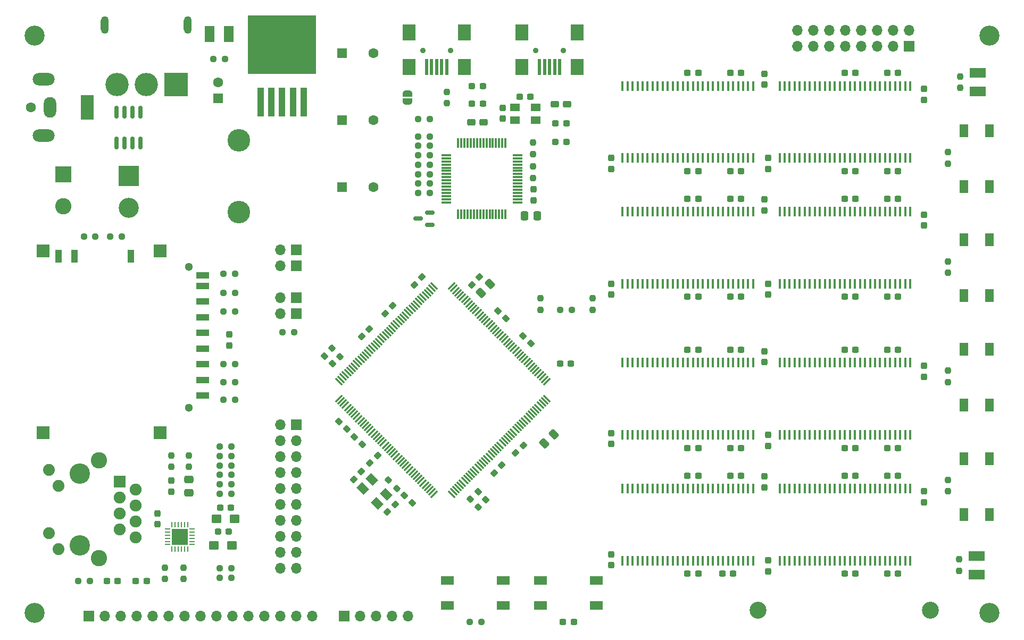
<source format=gts>
%TF.GenerationSoftware,KiCad,Pcbnew,(6.0.11-0)*%
%TF.CreationDate,2023-09-15T21:26:51+02:00*%
%TF.ProjectId,marco-ram-board,6d617263-6f2d-4726-916d-2d626f617264,rev?*%
%TF.SameCoordinates,Original*%
%TF.FileFunction,Soldermask,Top*%
%TF.FilePolarity,Negative*%
%FSLAX46Y46*%
G04 Gerber Fmt 4.6, Leading zero omitted, Abs format (unit mm)*
G04 Created by KiCad (PCBNEW (6.0.11-0)) date 2023-09-15 21:26:51*
%MOMM*%
%LPD*%
G01*
G04 APERTURE LIST*
G04 Aperture macros list*
%AMRoundRect*
0 Rectangle with rounded corners*
0 $1 Rounding radius*
0 $2 $3 $4 $5 $6 $7 $8 $9 X,Y pos of 4 corners*
0 Add a 4 corners polygon primitive as box body*
4,1,4,$2,$3,$4,$5,$6,$7,$8,$9,$2,$3,0*
0 Add four circle primitives for the rounded corners*
1,1,$1+$1,$2,$3*
1,1,$1+$1,$4,$5*
1,1,$1+$1,$6,$7*
1,1,$1+$1,$8,$9*
0 Add four rect primitives between the rounded corners*
20,1,$1+$1,$2,$3,$4,$5,0*
20,1,$1+$1,$4,$5,$6,$7,0*
20,1,$1+$1,$6,$7,$8,$9,0*
20,1,$1+$1,$8,$9,$2,$3,0*%
%AMRotRect*
0 Rectangle, with rotation*
0 The origin of the aperture is its center*
0 $1 length*
0 $2 width*
0 $3 Rotation angle, in degrees counterclockwise*
0 Add horizontal line*
21,1,$1,$2,0,0,$3*%
%AMFreePoly0*
4,1,22,0.500000,-0.750000,0.000000,-0.750000,0.000000,-0.745033,-0.079941,-0.743568,-0.215256,-0.701293,-0.333266,-0.622738,-0.424486,-0.514219,-0.481581,-0.384460,-0.499164,-0.250000,-0.500000,-0.250000,-0.500000,0.250000,-0.499164,0.250000,-0.499963,0.256109,-0.478152,0.396186,-0.417904,0.524511,-0.324060,0.630769,-0.204165,0.706417,-0.067858,0.745374,0.000000,0.744959,0.000000,0.750000,
0.500000,0.750000,0.500000,-0.750000,0.500000,-0.750000,$1*%
%AMFreePoly1*
4,1,20,0.000000,0.744959,0.073905,0.744508,0.209726,0.703889,0.328688,0.626782,0.421226,0.519385,0.479903,0.390333,0.500000,0.250000,0.500000,-0.250000,0.499851,-0.262216,0.476331,-0.402017,0.414519,-0.529596,0.319384,-0.634700,0.198574,-0.708877,0.061801,-0.746166,0.000000,-0.745033,0.000000,-0.750000,-0.500000,-0.750000,-0.500000,0.750000,0.000000,0.750000,0.000000,0.744959,
0.000000,0.744959,$1*%
G04 Aperture macros list end*
%ADD10R,1.600000X1.600000*%
%ADD11C,1.600000*%
%ADD12RoundRect,0.237500X0.300000X0.237500X-0.300000X0.237500X-0.300000X-0.237500X0.300000X-0.237500X0*%
%ADD13RoundRect,0.237500X-0.237500X0.300000X-0.237500X-0.300000X0.237500X-0.300000X0.237500X0.300000X0*%
%ADD14R,1.100000X4.600000*%
%ADD15R,10.800000X9.400000*%
%ADD16RoundRect,0.250000X0.400000X0.275000X-0.400000X0.275000X-0.400000X-0.275000X0.400000X-0.275000X0*%
%ADD17RoundRect,0.237500X0.287500X0.237500X-0.287500X0.237500X-0.287500X-0.237500X0.287500X-0.237500X0*%
%ADD18R,1.700000X1.700000*%
%ADD19O,1.700000X1.700000*%
%ADD20R,2.600000X1.500000*%
%ADD21RoundRect,0.250000X-0.537500X-0.425000X0.537500X-0.425000X0.537500X0.425000X-0.537500X0.425000X0*%
%ADD22RoundRect,0.237500X-0.300000X-0.237500X0.300000X-0.237500X0.300000X0.237500X-0.300000X0.237500X0*%
%ADD23RoundRect,0.237500X-0.044194X-0.380070X0.380070X0.044194X0.044194X0.380070X-0.380070X-0.044194X0*%
%ADD24RoundRect,0.237500X-0.344715X0.008839X0.008839X-0.344715X0.344715X-0.008839X-0.008839X0.344715X0*%
%ADD25R,0.458000X1.510000*%
%ADD26RoundRect,0.237500X-0.237500X0.250000X-0.237500X-0.250000X0.237500X-0.250000X0.237500X0.250000X0*%
%ADD27R,1.600000X1.300000*%
%ADD28R,1.500000X2.600000*%
%ADD29RotRect,1.600000X1.300000X315.000000*%
%ADD30RoundRect,0.237500X0.250000X0.237500X-0.250000X0.237500X-0.250000X-0.237500X0.250000X-0.237500X0*%
%ADD31R,2.000000X4.000000*%
%ADD32O,2.000000X3.300000*%
%ADD33O,3.500000X2.000000*%
%ADD34RoundRect,0.237500X-0.380070X0.044194X0.044194X-0.380070X0.380070X-0.044194X-0.044194X0.380070X0*%
%ADD35RoundRect,0.237500X0.237500X-0.250000X0.237500X0.250000X-0.237500X0.250000X-0.237500X-0.250000X0*%
%ADD36RoundRect,0.250000X-0.097227X0.574524X-0.574524X0.097227X0.097227X-0.574524X0.574524X-0.097227X0*%
%ADD37R,2.100000X1.400000*%
%ADD38C,0.900000*%
%ADD39R,0.500000X2.500000*%
%ADD40R,2.000000X2.500000*%
%ADD41RoundRect,0.237500X0.237500X-0.300000X0.237500X0.300000X-0.237500X0.300000X-0.237500X-0.300000X0*%
%ADD42RoundRect,0.237500X-0.250000X-0.237500X0.250000X-0.237500X0.250000X0.237500X-0.250000X0.237500X0*%
%ADD43RoundRect,0.250000X0.475000X-0.337500X0.475000X0.337500X-0.475000X0.337500X-0.475000X-0.337500X0*%
%ADD44O,1.270000X2.794000*%
%ADD45R,3.708400X3.708400*%
%ADD46C,3.708400*%
%ADD47RoundRect,0.237500X0.044194X0.380070X-0.380070X-0.044194X-0.044194X-0.380070X0.380070X0.044194X0*%
%ADD48RoundRect,0.150000X0.150000X-0.825000X0.150000X0.825000X-0.150000X0.825000X-0.150000X-0.825000X0*%
%ADD49C,3.200000*%
%ADD50RoundRect,0.237500X-0.287500X-0.237500X0.287500X-0.237500X0.287500X0.237500X-0.287500X0.237500X0*%
%ADD51C,2.700000*%
%ADD52R,1.400000X2.100000*%
%ADD53RoundRect,0.150000X0.587500X0.150000X-0.587500X0.150000X-0.587500X-0.150000X0.587500X-0.150000X0*%
%ADD54RoundRect,0.250000X-0.337500X-0.475000X0.337500X-0.475000X0.337500X0.475000X-0.337500X0.475000X0*%
%ADD55C,1.300000*%
%ADD56R,2.000000X1.100000*%
%ADD57R,1.000000X2.000000*%
%ADD58R,2.000000X2.000000*%
%ADD59FreePoly0,90.000000*%
%ADD60FreePoly1,90.000000*%
%ADD61RoundRect,0.250000X0.097227X-0.574524X0.574524X-0.097227X-0.097227X0.574524X-0.574524X0.097227X0*%
%ADD62RoundRect,0.237500X0.344715X-0.008839X-0.008839X0.344715X-0.344715X0.008839X0.008839X-0.344715X0*%
%ADD63RoundRect,0.237500X0.380070X-0.044194X-0.044194X0.380070X-0.380070X0.044194X0.044194X-0.380070X0*%
%ADD64RoundRect,0.075000X-0.075000X0.700000X-0.075000X-0.700000X0.075000X-0.700000X0.075000X0.700000X0*%
%ADD65RoundRect,0.075000X-0.700000X0.075000X-0.700000X-0.075000X0.700000X-0.075000X0.700000X0.075000X0*%
%ADD66RoundRect,0.250000X-0.400000X-0.275000X0.400000X-0.275000X0.400000X0.275000X-0.400000X0.275000X0*%
%ADD67RoundRect,0.075000X-0.424264X-0.530330X0.530330X0.424264X0.424264X0.530330X-0.530330X-0.424264X0*%
%ADD68RoundRect,0.075000X0.424264X-0.530330X0.530330X-0.424264X-0.424264X0.530330X-0.530330X0.424264X0*%
%ADD69R,3.200000X3.200000*%
%ADD70O,3.200000X3.200000*%
%ADD71R,2.600000X2.600000*%
%ADD72C,2.600000*%
%ADD73RoundRect,0.062500X-0.350000X-0.062500X0.350000X-0.062500X0.350000X0.062500X-0.350000X0.062500X0*%
%ADD74RoundRect,0.062500X-0.062500X-0.350000X0.062500X-0.350000X0.062500X0.350000X-0.062500X0.350000X0*%
%ADD75C,3.600000*%
%ADD76C,3.250000*%
%ADD77C,1.890000*%
%ADD78R,1.900000X1.900000*%
%ADD79C,1.900000*%
G04 APERTURE END LIST*
D10*
X122969349Y-68194000D03*
D11*
X127969349Y-68194000D03*
D12*
X211462500Y-94100000D03*
X209737500Y-94100000D03*
D13*
X165800000Y-126637500D03*
X165800000Y-128362500D03*
D14*
X110034000Y-54602000D03*
X111734000Y-54602000D03*
D15*
X113434000Y-45452000D03*
D14*
X113434000Y-54602000D03*
X115134000Y-54602000D03*
X116834000Y-54602000D03*
D13*
X215600000Y-72537500D03*
X215600000Y-74262500D03*
D16*
X145475000Y-57800000D03*
X143525000Y-57800000D03*
D17*
X158675000Y-61000000D03*
X156925000Y-61000000D03*
D18*
X115720000Y-106040000D03*
D19*
X113180000Y-106040000D03*
X115720000Y-108580000D03*
X113180000Y-108580000D03*
X115720000Y-111120000D03*
X113180000Y-111120000D03*
X115720000Y-113660000D03*
X113180000Y-113660000D03*
X115720000Y-116200000D03*
X113180000Y-116200000D03*
X115720000Y-118740000D03*
X113180000Y-118740000D03*
X115720000Y-121280000D03*
X113180000Y-121280000D03*
X115720000Y-123820000D03*
X113180000Y-123820000D03*
X115720000Y-126360000D03*
X113180000Y-126360000D03*
X115720000Y-128900000D03*
X113180000Y-128900000D03*
D20*
X224160000Y-49930000D03*
X224160000Y-52930000D03*
D21*
X102525000Y-125200000D03*
X105400000Y-125200000D03*
D12*
X211462500Y-50000000D03*
X209737500Y-50000000D03*
D13*
X215600000Y-116637500D03*
X215600000Y-118362500D03*
D22*
X177937500Y-70000000D03*
X179662500Y-70000000D03*
D23*
X126083120Y-91980880D03*
X127302880Y-90761120D03*
D24*
X121354765Y-93854765D03*
X122645235Y-95145235D03*
D25*
X213400000Y-72050000D03*
X212600000Y-72050000D03*
X211800000Y-72050000D03*
X211000000Y-72050000D03*
X210200000Y-72050000D03*
X209400000Y-72050000D03*
X208600000Y-72050000D03*
X207800000Y-72050000D03*
X207000000Y-72050000D03*
X206200000Y-72050000D03*
X205400000Y-72050000D03*
X204600000Y-72050000D03*
X203800000Y-72050000D03*
X203000000Y-72050000D03*
X202200000Y-72050000D03*
X201400000Y-72050000D03*
X200600000Y-72050000D03*
X199800000Y-72050000D03*
X199000000Y-72050000D03*
X198200000Y-72050000D03*
X197400000Y-72050000D03*
X196600000Y-72050000D03*
X195800000Y-72050000D03*
X195000000Y-72050000D03*
X194200000Y-72050000D03*
X193400000Y-72050000D03*
X192600000Y-72050000D03*
X192600000Y-83550000D03*
X193400000Y-83550000D03*
X194200000Y-83550000D03*
X195000000Y-83550000D03*
X195800000Y-83550000D03*
X196600000Y-83550000D03*
X197400000Y-83550000D03*
X198200000Y-83550000D03*
X199000000Y-83550000D03*
X199800000Y-83550000D03*
X200600000Y-83550000D03*
X201400000Y-83550000D03*
X202200000Y-83550000D03*
X203000000Y-83550000D03*
X203800000Y-83550000D03*
X204600000Y-83550000D03*
X205400000Y-83550000D03*
X206200000Y-83550000D03*
X207000000Y-83550000D03*
X207800000Y-83550000D03*
X208600000Y-83550000D03*
X209400000Y-83550000D03*
X210200000Y-83550000D03*
X211000000Y-83550000D03*
X211800000Y-83550000D03*
X212600000Y-83550000D03*
X213400000Y-83550000D03*
D12*
X91862500Y-130900000D03*
X90137500Y-130900000D03*
D13*
X148500000Y-55537500D03*
X148500000Y-57262500D03*
D12*
X211462500Y-70000000D03*
X209737500Y-70000000D03*
D26*
X153335000Y-61093500D03*
X153335000Y-62918500D03*
D27*
X150450000Y-57500000D03*
X153750000Y-57500000D03*
X153750000Y-55500000D03*
X150450000Y-55500000D03*
D12*
X179662500Y-85600000D03*
X177937500Y-85600000D03*
D18*
X115695000Y-88321000D03*
D19*
X113155000Y-88321000D03*
D12*
X179662500Y-65600000D03*
X177937500Y-65600000D03*
D28*
X104900000Y-43800000D03*
X101900000Y-43800000D03*
D29*
X126252334Y-116180762D03*
X128585786Y-118514214D03*
X130000000Y-117100000D03*
X127666548Y-114766548D03*
D30*
X136912500Y-64600000D03*
X135087500Y-64600000D03*
D11*
X73446000Y-55494000D03*
D31*
X82446000Y-55494000D03*
D32*
X76446000Y-55494000D03*
D33*
X75446000Y-59994000D03*
X75446000Y-50994000D03*
D30*
X105912500Y-88000000D03*
X104087500Y-88000000D03*
D12*
X186462500Y-70000000D03*
X184737500Y-70000000D03*
X204662500Y-65600000D03*
X202937500Y-65600000D03*
D34*
X147790120Y-87890120D03*
X149009880Y-89109880D03*
D22*
X151237500Y-53800000D03*
X152962500Y-53800000D03*
D12*
X204662500Y-85600000D03*
X202937500Y-85600000D03*
D22*
X202937500Y-50000000D03*
X204662500Y-50000000D03*
D25*
X188400000Y-96150000D03*
X187600000Y-96150000D03*
X186800000Y-96150000D03*
X186000000Y-96150000D03*
X185200000Y-96150000D03*
X184400000Y-96150000D03*
X183600000Y-96150000D03*
X182800000Y-96150000D03*
X182000000Y-96150000D03*
X181200000Y-96150000D03*
X180400000Y-96150000D03*
X179600000Y-96150000D03*
X178800000Y-96150000D03*
X178000000Y-96150000D03*
X177200000Y-96150000D03*
X176400000Y-96150000D03*
X175600000Y-96150000D03*
X174800000Y-96150000D03*
X174000000Y-96150000D03*
X173200000Y-96150000D03*
X172400000Y-96150000D03*
X171600000Y-96150000D03*
X170800000Y-96150000D03*
X170000000Y-96150000D03*
X169200000Y-96150000D03*
X168400000Y-96150000D03*
X167600000Y-96150000D03*
X167600000Y-107650000D03*
X168400000Y-107650000D03*
X169200000Y-107650000D03*
X170000000Y-107650000D03*
X170800000Y-107650000D03*
X171600000Y-107650000D03*
X172400000Y-107650000D03*
X173200000Y-107650000D03*
X174000000Y-107650000D03*
X174800000Y-107650000D03*
X175600000Y-107650000D03*
X176400000Y-107650000D03*
X177200000Y-107650000D03*
X178000000Y-107650000D03*
X178800000Y-107650000D03*
X179600000Y-107650000D03*
X180400000Y-107650000D03*
X181200000Y-107650000D03*
X182000000Y-107650000D03*
X182800000Y-107650000D03*
X183600000Y-107650000D03*
X184400000Y-107650000D03*
X185200000Y-107650000D03*
X186000000Y-107650000D03*
X186800000Y-107650000D03*
X187600000Y-107650000D03*
X188400000Y-107650000D03*
D22*
X183475000Y-129700000D03*
X185200000Y-129700000D03*
D35*
X221160000Y-129292500D03*
X221160000Y-127467500D03*
D22*
X184737500Y-85600000D03*
X186462500Y-85600000D03*
D36*
X156636623Y-107528377D03*
X155169377Y-108995623D03*
D30*
X105312500Y-112500000D03*
X103487500Y-112500000D03*
D20*
X223960000Y-129892000D03*
X223960000Y-126892000D03*
D37*
X148650000Y-130800000D03*
X139750000Y-130800000D03*
X148650000Y-134800000D03*
X139750000Y-134800000D03*
D38*
X153800000Y-46400000D03*
X158200000Y-46400000D03*
D39*
X157600000Y-49000000D03*
X156800000Y-49000000D03*
X156000000Y-49000000D03*
X155200000Y-49000000D03*
X154400000Y-49000000D03*
D40*
X151600000Y-49000000D03*
X160400000Y-49000000D03*
X151600000Y-43500000D03*
X160400000Y-43500000D03*
D12*
X179662500Y-109700000D03*
X177937500Y-109700000D03*
D41*
X95800000Y-116662500D03*
X95800000Y-114937500D03*
D42*
X157687500Y-87700000D03*
X159512500Y-87700000D03*
D18*
X115695000Y-80701000D03*
D19*
X113155000Y-80701000D03*
D38*
X140200000Y-46400000D03*
X135800000Y-46400000D03*
D39*
X139600000Y-49000000D03*
X138800000Y-49000000D03*
X138000000Y-49000000D03*
X137200000Y-49000000D03*
X136400000Y-49000000D03*
D40*
X142400000Y-49000000D03*
X142400000Y-43500000D03*
X133600000Y-49000000D03*
X133600000Y-43500000D03*
D12*
X145362500Y-54900000D03*
X143637500Y-54900000D03*
D42*
X143287500Y-137400000D03*
X145112500Y-137400000D03*
D34*
X151780240Y-91880240D03*
X153000000Y-93100000D03*
D42*
X113512500Y-91273500D03*
X115337500Y-91273500D03*
D30*
X105312500Y-117000000D03*
X103487500Y-117000000D03*
D13*
X215600000Y-52537500D03*
X215600000Y-54262500D03*
D43*
X98600000Y-116837500D03*
X98600000Y-114762500D03*
D44*
X98446500Y-42328000D03*
X85238500Y-42328000D03*
D45*
X96541500Y-51853000D03*
D46*
X91842500Y-51853000D03*
X87143500Y-51853000D03*
D22*
X177937500Y-50000000D03*
X179662500Y-50000000D03*
D13*
X153400000Y-68537500D03*
X153400000Y-70262500D03*
D34*
X122480240Y-105480240D03*
X123700000Y-106700000D03*
D47*
X151809880Y-109303120D03*
X150590120Y-110522880D03*
D18*
X115695000Y-85781000D03*
D19*
X113155000Y-85781000D03*
D13*
X190800000Y-83537500D03*
X190800000Y-85262500D03*
D48*
X87095000Y-61175000D03*
X88365000Y-61175000D03*
X89635000Y-61175000D03*
X90905000Y-61175000D03*
X90905000Y-56225000D03*
X89635000Y-56225000D03*
X88365000Y-56225000D03*
X87095000Y-56225000D03*
D12*
X211462500Y-114100000D03*
X209737500Y-114100000D03*
D30*
X136912500Y-67600000D03*
X135087500Y-67600000D03*
X105912500Y-82000000D03*
X104087500Y-82000000D03*
D22*
X177937500Y-94100000D03*
X179662500Y-94100000D03*
D30*
X105912500Y-85000000D03*
X104087500Y-85000000D03*
D23*
X143590120Y-83709880D03*
X144809880Y-82490120D03*
D22*
X202937500Y-70000000D03*
X204662500Y-70000000D03*
D35*
X219360000Y-81827857D03*
X219360000Y-80002857D03*
D30*
X105912500Y-99200000D03*
X104087500Y-99200000D03*
D13*
X190800000Y-127637500D03*
X190800000Y-129362500D03*
D47*
X128609880Y-110890120D03*
X127390120Y-112109880D03*
D49*
X226000000Y-44000000D03*
D23*
X129790120Y-88309880D03*
X131009880Y-87090120D03*
D50*
X143625000Y-52100000D03*
X145375000Y-52100000D03*
D35*
X219360000Y-116627857D03*
X219360000Y-114802857D03*
D51*
X189160000Y-135602857D03*
D18*
X115695000Y-78161000D03*
D19*
X113155000Y-78161000D03*
D52*
X221960000Y-93952857D03*
X221960000Y-102852857D03*
X225960000Y-93952857D03*
X225960000Y-102852857D03*
D26*
X162800000Y-85875000D03*
X162800000Y-87700000D03*
D13*
X165800000Y-83537500D03*
X165800000Y-85262500D03*
D53*
X136937500Y-74150000D03*
X136937500Y-72250000D03*
X135062500Y-73200000D03*
D30*
X105312500Y-109500000D03*
X103487500Y-109500000D03*
D51*
X216560000Y-135602857D03*
D30*
X136912500Y-61600000D03*
X135087500Y-61600000D03*
D12*
X186462500Y-94100000D03*
X184737500Y-94100000D03*
D54*
X151962500Y-72700000D03*
X154037500Y-72700000D03*
D23*
X134465120Y-83725880D03*
X135684880Y-82506120D03*
D22*
X209737500Y-65600000D03*
X211462500Y-65600000D03*
D12*
X159862500Y-137400000D03*
X158137500Y-137400000D03*
D13*
X190800000Y-63537500D03*
X190800000Y-65262500D03*
D49*
X74000000Y-44000000D03*
D22*
X184737500Y-109700000D03*
X186462500Y-109700000D03*
D37*
X163450000Y-130800000D03*
X154550000Y-130800000D03*
X154550000Y-134800000D03*
X163450000Y-134800000D03*
D25*
X213400000Y-116150000D03*
X212600000Y-116150000D03*
X211800000Y-116150000D03*
X211000000Y-116150000D03*
X210200000Y-116150000D03*
X209400000Y-116150000D03*
X208600000Y-116150000D03*
X207800000Y-116150000D03*
X207000000Y-116150000D03*
X206200000Y-116150000D03*
X205400000Y-116150000D03*
X204600000Y-116150000D03*
X203800000Y-116150000D03*
X203000000Y-116150000D03*
X202200000Y-116150000D03*
X201400000Y-116150000D03*
X200600000Y-116150000D03*
X199800000Y-116150000D03*
X199000000Y-116150000D03*
X198200000Y-116150000D03*
X197400000Y-116150000D03*
X196600000Y-116150000D03*
X195800000Y-116150000D03*
X195000000Y-116150000D03*
X194200000Y-116150000D03*
X193400000Y-116150000D03*
X192600000Y-116150000D03*
X192600000Y-127650000D03*
X193400000Y-127650000D03*
X194200000Y-127650000D03*
X195000000Y-127650000D03*
X195800000Y-127650000D03*
X196600000Y-127650000D03*
X197400000Y-127650000D03*
X198200000Y-127650000D03*
X199000000Y-127650000D03*
X199800000Y-127650000D03*
X200600000Y-127650000D03*
X201400000Y-127650000D03*
X202200000Y-127650000D03*
X203000000Y-127650000D03*
X203800000Y-127650000D03*
X204600000Y-127650000D03*
X205400000Y-127650000D03*
X206200000Y-127650000D03*
X207000000Y-127650000D03*
X207800000Y-127650000D03*
X208600000Y-127650000D03*
X209400000Y-127650000D03*
X210200000Y-127650000D03*
X211000000Y-127650000D03*
X211800000Y-127650000D03*
X212600000Y-127650000D03*
X213400000Y-127650000D03*
D13*
X190200000Y-70137500D03*
X190200000Y-71862500D03*
D55*
X98550000Y-80900000D03*
X98550000Y-103300000D03*
D56*
X100750000Y-98875000D03*
X100750000Y-96375000D03*
D57*
X77800000Y-79200000D03*
D56*
X100750000Y-93875000D03*
X100750000Y-91375000D03*
X100750000Y-88875000D03*
X100750000Y-86375000D03*
X100750000Y-83950000D03*
X100750000Y-82250000D03*
X100750000Y-101375000D03*
D57*
X89350000Y-79200000D03*
X80400000Y-79200000D03*
D58*
X94000000Y-78300000D03*
X75350000Y-78300000D03*
X75350000Y-107300000D03*
X94000000Y-107300000D03*
D30*
X105312500Y-130400000D03*
X103487500Y-130400000D03*
D35*
X219360000Y-99227857D03*
X219360000Y-97402857D03*
D22*
X202937500Y-94100000D03*
X204662500Y-94100000D03*
D30*
X136912500Y-60100000D03*
X135087500Y-60100000D03*
X105312500Y-111000000D03*
X103487500Y-111000000D03*
D17*
X104950000Y-123000000D03*
X103200000Y-123000000D03*
D59*
X133400000Y-54550000D03*
D60*
X133400000Y-53250000D03*
D22*
X184737500Y-65600000D03*
X186462500Y-65600000D03*
D61*
X145066377Y-85033623D03*
X146533623Y-83566377D03*
D25*
X188400000Y-72050000D03*
X187600000Y-72050000D03*
X186800000Y-72050000D03*
X186000000Y-72050000D03*
X185200000Y-72050000D03*
X184400000Y-72050000D03*
X183600000Y-72050000D03*
X182800000Y-72050000D03*
X182000000Y-72050000D03*
X181200000Y-72050000D03*
X180400000Y-72050000D03*
X179600000Y-72050000D03*
X178800000Y-72050000D03*
X178000000Y-72050000D03*
X177200000Y-72050000D03*
X176400000Y-72050000D03*
X175600000Y-72050000D03*
X174800000Y-72050000D03*
X174000000Y-72050000D03*
X173200000Y-72050000D03*
X172400000Y-72050000D03*
X171600000Y-72050000D03*
X170800000Y-72050000D03*
X170000000Y-72050000D03*
X169200000Y-72050000D03*
X168400000Y-72050000D03*
X167600000Y-72050000D03*
X167600000Y-83550000D03*
X168400000Y-83550000D03*
X169200000Y-83550000D03*
X170000000Y-83550000D03*
X170800000Y-83550000D03*
X171600000Y-83550000D03*
X172400000Y-83550000D03*
X173200000Y-83550000D03*
X174000000Y-83550000D03*
X174800000Y-83550000D03*
X175600000Y-83550000D03*
X176400000Y-83550000D03*
X177200000Y-83550000D03*
X178000000Y-83550000D03*
X178800000Y-83550000D03*
X179600000Y-83550000D03*
X180400000Y-83550000D03*
X181200000Y-83550000D03*
X182000000Y-83550000D03*
X182800000Y-83550000D03*
X183600000Y-83550000D03*
X184400000Y-83550000D03*
X185200000Y-83550000D03*
X186000000Y-83550000D03*
X186800000Y-83550000D03*
X187600000Y-83550000D03*
X188400000Y-83550000D03*
D30*
X136912500Y-63100000D03*
X135087500Y-63100000D03*
D13*
X215600000Y-96637500D03*
X215600000Y-98362500D03*
D22*
X209737500Y-85600000D03*
X211462500Y-85600000D03*
X209737500Y-129700000D03*
X211462500Y-129700000D03*
D62*
X144645235Y-119145235D03*
X143354765Y-117854765D03*
D42*
X86087500Y-76000000D03*
X87912500Y-76000000D03*
D26*
X97700000Y-128775000D03*
X97700000Y-130600000D03*
D22*
X202937500Y-114100000D03*
X204662500Y-114100000D03*
D13*
X165800000Y-63537500D03*
X165800000Y-65262500D03*
D63*
X134100000Y-118500000D03*
X132880240Y-117280240D03*
D10*
X122969349Y-57526000D03*
D11*
X127969349Y-57526000D03*
D18*
X123340000Y-136495000D03*
D19*
X125880000Y-136495000D03*
X128420000Y-136495000D03*
X130960000Y-136495000D03*
X133500000Y-136495000D03*
D22*
X177937500Y-114100000D03*
X179662500Y-114100000D03*
D12*
X186462500Y-50000000D03*
X184737500Y-50000000D03*
X87262500Y-130900000D03*
X85537500Y-130900000D03*
D52*
X221960000Y-68052857D03*
X221960000Y-59152857D03*
X225960000Y-59152857D03*
X225960000Y-68052857D03*
X221960000Y-111402857D03*
X221960000Y-120302857D03*
X225960000Y-111402857D03*
X225960000Y-120302857D03*
D35*
X98600000Y-112712500D03*
X98600000Y-110887500D03*
D13*
X105000000Y-91637500D03*
X105000000Y-93362500D03*
X190200000Y-94300000D03*
X190200000Y-96025000D03*
D21*
X102962500Y-121000000D03*
X105837500Y-121000000D03*
D13*
X190200000Y-50137500D03*
X190200000Y-51862500D03*
D64*
X148957000Y-61157000D03*
X148457000Y-61157000D03*
X147957000Y-61157000D03*
X147457000Y-61157000D03*
X146957000Y-61157000D03*
X146457000Y-61157000D03*
X145957000Y-61157000D03*
X145457000Y-61157000D03*
X144957000Y-61157000D03*
X144457000Y-61157000D03*
X143957000Y-61157000D03*
X143457000Y-61157000D03*
X142957000Y-61157000D03*
X142457000Y-61157000D03*
X141957000Y-61157000D03*
X141457000Y-61157000D03*
D65*
X139532000Y-63082000D03*
X139532000Y-63582000D03*
X139532000Y-64082000D03*
X139532000Y-64582000D03*
X139532000Y-65082000D03*
X139532000Y-65582000D03*
X139532000Y-66082000D03*
X139532000Y-66582000D03*
X139532000Y-67082000D03*
X139532000Y-67582000D03*
X139532000Y-68082000D03*
X139532000Y-68582000D03*
X139532000Y-69082000D03*
X139532000Y-69582000D03*
X139532000Y-70082000D03*
X139532000Y-70582000D03*
D64*
X141457000Y-72507000D03*
X141957000Y-72507000D03*
X142457000Y-72507000D03*
X142957000Y-72507000D03*
X143457000Y-72507000D03*
X143957000Y-72507000D03*
X144457000Y-72507000D03*
X144957000Y-72507000D03*
X145457000Y-72507000D03*
X145957000Y-72507000D03*
X146457000Y-72507000D03*
X146957000Y-72507000D03*
X147457000Y-72507000D03*
X147957000Y-72507000D03*
X148457000Y-72507000D03*
X148957000Y-72507000D03*
D65*
X150882000Y-70582000D03*
X150882000Y-70082000D03*
X150882000Y-69582000D03*
X150882000Y-69082000D03*
X150882000Y-68582000D03*
X150882000Y-68082000D03*
X150882000Y-67582000D03*
X150882000Y-67082000D03*
X150882000Y-66582000D03*
X150882000Y-66082000D03*
X150882000Y-65582000D03*
X150882000Y-65082000D03*
X150882000Y-64582000D03*
X150882000Y-64082000D03*
X150882000Y-63582000D03*
X150882000Y-63082000D03*
D47*
X148384880Y-112478120D03*
X147165120Y-113697880D03*
D66*
X156825000Y-55000000D03*
X158775000Y-55000000D03*
D67*
X122436024Y-101861181D03*
X122789577Y-102214734D03*
X123143130Y-102568287D03*
X123496684Y-102921841D03*
X123850237Y-103275394D03*
X124203791Y-103628948D03*
X124557344Y-103982501D03*
X124910897Y-104336054D03*
X125264451Y-104689608D03*
X125618004Y-105043161D03*
X125971558Y-105396714D03*
X126325111Y-105750268D03*
X126678664Y-106103821D03*
X127032218Y-106457375D03*
X127385771Y-106810928D03*
X127739325Y-107164481D03*
X128092878Y-107518035D03*
X128446431Y-107871588D03*
X128799985Y-108225142D03*
X129153538Y-108578695D03*
X129507091Y-108932248D03*
X129860645Y-109285802D03*
X130214198Y-109639355D03*
X130567752Y-109992909D03*
X130921305Y-110346462D03*
X131274858Y-110700015D03*
X131628412Y-111053569D03*
X131981965Y-111407122D03*
X132335519Y-111760675D03*
X132689072Y-112114229D03*
X133042625Y-112467782D03*
X133396179Y-112821336D03*
X133749732Y-113174889D03*
X134103286Y-113528442D03*
X134456839Y-113881996D03*
X134810392Y-114235549D03*
X135163946Y-114589103D03*
X135517499Y-114942656D03*
X135871052Y-115296209D03*
X136224606Y-115649763D03*
X136578159Y-116003316D03*
X136931713Y-116356870D03*
X137285266Y-116710423D03*
X137638819Y-117063976D03*
D68*
X140361181Y-117063976D03*
X140714734Y-116710423D03*
X141068287Y-116356870D03*
X141421841Y-116003316D03*
X141775394Y-115649763D03*
X142128948Y-115296209D03*
X142482501Y-114942656D03*
X142836054Y-114589103D03*
X143189608Y-114235549D03*
X143543161Y-113881996D03*
X143896714Y-113528442D03*
X144250268Y-113174889D03*
X144603821Y-112821336D03*
X144957375Y-112467782D03*
X145310928Y-112114229D03*
X145664481Y-111760675D03*
X146018035Y-111407122D03*
X146371588Y-111053569D03*
X146725142Y-110700015D03*
X147078695Y-110346462D03*
X147432248Y-109992909D03*
X147785802Y-109639355D03*
X148139355Y-109285802D03*
X148492909Y-108932248D03*
X148846462Y-108578695D03*
X149200015Y-108225142D03*
X149553569Y-107871588D03*
X149907122Y-107518035D03*
X150260675Y-107164481D03*
X150614229Y-106810928D03*
X150967782Y-106457375D03*
X151321336Y-106103821D03*
X151674889Y-105750268D03*
X152028442Y-105396714D03*
X152381996Y-105043161D03*
X152735549Y-104689608D03*
X153089103Y-104336054D03*
X153442656Y-103982501D03*
X153796209Y-103628948D03*
X154149763Y-103275394D03*
X154503316Y-102921841D03*
X154856870Y-102568287D03*
X155210423Y-102214734D03*
X155563976Y-101861181D03*
D67*
X155563976Y-99138819D03*
X155210423Y-98785266D03*
X154856870Y-98431713D03*
X154503316Y-98078159D03*
X154149763Y-97724606D03*
X153796209Y-97371052D03*
X153442656Y-97017499D03*
X153089103Y-96663946D03*
X152735549Y-96310392D03*
X152381996Y-95956839D03*
X152028442Y-95603286D03*
X151674889Y-95249732D03*
X151321336Y-94896179D03*
X150967782Y-94542625D03*
X150614229Y-94189072D03*
X150260675Y-93835519D03*
X149907122Y-93481965D03*
X149553569Y-93128412D03*
X149200015Y-92774858D03*
X148846462Y-92421305D03*
X148492909Y-92067752D03*
X148139355Y-91714198D03*
X147785802Y-91360645D03*
X147432248Y-91007091D03*
X147078695Y-90653538D03*
X146725142Y-90299985D03*
X146371588Y-89946431D03*
X146018035Y-89592878D03*
X145664481Y-89239325D03*
X145310928Y-88885771D03*
X144957375Y-88532218D03*
X144603821Y-88178664D03*
X144250268Y-87825111D03*
X143896714Y-87471558D03*
X143543161Y-87118004D03*
X143189608Y-86764451D03*
X142836054Y-86410897D03*
X142482501Y-86057344D03*
X142128948Y-85703791D03*
X141775394Y-85350237D03*
X141421841Y-84996684D03*
X141068287Y-84643130D03*
X140714734Y-84289577D03*
X140361181Y-83936024D03*
D68*
X137638819Y-83936024D03*
X137285266Y-84289577D03*
X136931713Y-84643130D03*
X136578159Y-84996684D03*
X136224606Y-85350237D03*
X135871052Y-85703791D03*
X135517499Y-86057344D03*
X135163946Y-86410897D03*
X134810392Y-86764451D03*
X134456839Y-87118004D03*
X134103286Y-87471558D03*
X133749732Y-87825111D03*
X133396179Y-88178664D03*
X133042625Y-88532218D03*
X132689072Y-88885771D03*
X132335519Y-89239325D03*
X131981965Y-89592878D03*
X131628412Y-89946431D03*
X131274858Y-90299985D03*
X130921305Y-90653538D03*
X130567752Y-91007091D03*
X130214198Y-91360645D03*
X129860645Y-91714198D03*
X129507091Y-92067752D03*
X129153538Y-92421305D03*
X128799985Y-92774858D03*
X128446431Y-93128412D03*
X128092878Y-93481965D03*
X127739325Y-93835519D03*
X127385771Y-94189072D03*
X127032218Y-94542625D03*
X126678664Y-94896179D03*
X126325111Y-95249732D03*
X125971558Y-95603286D03*
X125618004Y-95956839D03*
X125264451Y-96310392D03*
X124910897Y-96663946D03*
X124557344Y-97017499D03*
X124203791Y-97371052D03*
X123850237Y-97724606D03*
X123496684Y-98078159D03*
X123143130Y-98431713D03*
X122789577Y-98785266D03*
X122436024Y-99138819D03*
D30*
X136912500Y-69100000D03*
X135087500Y-69100000D03*
X105312500Y-128900000D03*
X103487500Y-128900000D03*
D41*
X93600000Y-121862500D03*
X93600000Y-120137500D03*
D35*
X219360000Y-64427857D03*
X219360000Y-62602857D03*
D63*
X126141380Y-109169880D03*
X124921620Y-107950120D03*
D42*
X135087500Y-57300000D03*
X136912500Y-57300000D03*
D26*
X221384000Y-50517500D03*
X221384000Y-52342500D03*
D35*
X154500000Y-87725000D03*
X154500000Y-85900000D03*
D26*
X95800000Y-110887500D03*
X95800000Y-112712500D03*
D22*
X157637500Y-96300000D03*
X159362500Y-96300000D03*
D13*
X190800000Y-107637500D03*
X190800000Y-109362500D03*
D22*
X209737500Y-109700000D03*
X211462500Y-109700000D03*
D34*
X144600000Y-116700000D03*
X145819760Y-117919760D03*
D10*
X122969349Y-46858000D03*
D11*
X127969349Y-46858000D03*
D35*
X94800000Y-130600000D03*
X94800000Y-128775000D03*
D12*
X204662500Y-129700000D03*
X202937500Y-129700000D03*
X204662500Y-109700000D03*
X202937500Y-109700000D03*
D30*
X104312500Y-47800000D03*
X102487500Y-47800000D03*
D47*
X131400000Y-118700000D03*
X130180240Y-119919760D03*
D69*
X89000000Y-66360000D03*
D70*
X89000000Y-71440000D03*
D18*
X82700000Y-136520000D03*
D19*
X85240000Y-136520000D03*
X87780000Y-136520000D03*
X90320000Y-136520000D03*
X92860000Y-136520000D03*
X95400000Y-136520000D03*
X97940000Y-136520000D03*
X100480000Y-136520000D03*
X103020000Y-136520000D03*
X105560000Y-136520000D03*
X108100000Y-136520000D03*
X110640000Y-136520000D03*
X113180000Y-136520000D03*
X115720000Y-136520000D03*
X118260000Y-136520000D03*
D18*
X213235000Y-45692857D03*
D19*
X213235000Y-43152857D03*
X210695000Y-45692857D03*
X210695000Y-43152857D03*
X208155000Y-45692857D03*
X208155000Y-43152857D03*
X205615000Y-45692857D03*
X205615000Y-43152857D03*
X203075000Y-45692857D03*
X203075000Y-43152857D03*
X200535000Y-45692857D03*
X200535000Y-43152857D03*
X197995000Y-45692857D03*
X197995000Y-43152857D03*
X195455000Y-45692857D03*
X195455000Y-43152857D03*
D30*
X105912500Y-96388000D03*
X104087500Y-96388000D03*
X83712500Y-76000000D03*
X81887500Y-76000000D03*
D13*
X165800000Y-107337500D03*
X165800000Y-109062500D03*
D71*
X78585000Y-66157000D03*
D72*
X78585000Y-71237000D03*
D73*
X95212500Y-122600000D03*
X95212500Y-123100000D03*
X95212500Y-123600000D03*
X95212500Y-124100000D03*
X95212500Y-124600000D03*
X95212500Y-125100000D03*
D74*
X95900000Y-125787500D03*
X96400000Y-125787500D03*
X96900000Y-125787500D03*
X97400000Y-125787500D03*
X97900000Y-125787500D03*
X98400000Y-125787500D03*
D73*
X99087500Y-125100000D03*
X99087500Y-124600000D03*
X99087500Y-124100000D03*
X99087500Y-123600000D03*
X99087500Y-123100000D03*
X99087500Y-122600000D03*
D74*
X98400000Y-121912500D03*
X97900000Y-121912500D03*
X97400000Y-121912500D03*
X96900000Y-121912500D03*
X96400000Y-121912500D03*
X95900000Y-121912500D03*
D71*
X97150000Y-123850000D03*
D23*
X124800000Y-114700000D03*
X126019760Y-113480240D03*
D30*
X105312500Y-114000000D03*
X103487500Y-114000000D03*
D35*
X153335000Y-66728500D03*
X153335000Y-64903500D03*
D25*
X213400000Y-96150000D03*
X212600000Y-96150000D03*
X211800000Y-96150000D03*
X211000000Y-96150000D03*
X210200000Y-96150000D03*
X209400000Y-96150000D03*
X208600000Y-96150000D03*
X207800000Y-96150000D03*
X207000000Y-96150000D03*
X206200000Y-96150000D03*
X205400000Y-96150000D03*
X204600000Y-96150000D03*
X203800000Y-96150000D03*
X203000000Y-96150000D03*
X202200000Y-96150000D03*
X201400000Y-96150000D03*
X200600000Y-96150000D03*
X199800000Y-96150000D03*
X199000000Y-96150000D03*
X198200000Y-96150000D03*
X197400000Y-96150000D03*
X196600000Y-96150000D03*
X195800000Y-96150000D03*
X195000000Y-96150000D03*
X194200000Y-96150000D03*
X193400000Y-96150000D03*
X192600000Y-96150000D03*
X192600000Y-107650000D03*
X193400000Y-107650000D03*
X194200000Y-107650000D03*
X195000000Y-107650000D03*
X195800000Y-107650000D03*
X196600000Y-107650000D03*
X197400000Y-107650000D03*
X198200000Y-107650000D03*
X199000000Y-107650000D03*
X199800000Y-107650000D03*
X200600000Y-107650000D03*
X201400000Y-107650000D03*
X202200000Y-107650000D03*
X203000000Y-107650000D03*
X203800000Y-107650000D03*
X204600000Y-107650000D03*
X205400000Y-107650000D03*
X206200000Y-107650000D03*
X207000000Y-107650000D03*
X207800000Y-107650000D03*
X208600000Y-107650000D03*
X209400000Y-107650000D03*
X210200000Y-107650000D03*
X211000000Y-107650000D03*
X211800000Y-107650000D03*
X212600000Y-107650000D03*
X213400000Y-107650000D03*
D42*
X80987500Y-130900000D03*
X82812500Y-130900000D03*
D75*
X106576000Y-60701000D03*
X106576000Y-72141000D03*
D30*
X105312500Y-115500000D03*
X103487500Y-115500000D03*
D22*
X156937500Y-58000000D03*
X158662500Y-58000000D03*
D49*
X226000000Y-136000000D03*
D76*
X81206000Y-125217000D03*
X81206000Y-113787000D03*
D72*
X84256000Y-111727000D03*
X84256000Y-127277000D03*
D77*
X77826000Y-125827000D03*
X76306000Y-123287000D03*
X77826000Y-115717000D03*
X76306000Y-113177000D03*
D78*
X87546000Y-115057000D03*
D79*
X90086000Y-116327000D03*
X87546000Y-117597000D03*
X90086000Y-118867000D03*
X87546000Y-120137000D03*
X90086000Y-121407000D03*
X87546000Y-122677000D03*
X90086000Y-123947000D03*
D25*
X213400000Y-52050000D03*
X212600000Y-52050000D03*
X211800000Y-52050000D03*
X211000000Y-52050000D03*
X210200000Y-52050000D03*
X209400000Y-52050000D03*
X208600000Y-52050000D03*
X207800000Y-52050000D03*
X207000000Y-52050000D03*
X206200000Y-52050000D03*
X205400000Y-52050000D03*
X204600000Y-52050000D03*
X203800000Y-52050000D03*
X203000000Y-52050000D03*
X202200000Y-52050000D03*
X201400000Y-52050000D03*
X200600000Y-52050000D03*
X199800000Y-52050000D03*
X199000000Y-52050000D03*
X198200000Y-52050000D03*
X197400000Y-52050000D03*
X196600000Y-52050000D03*
X195800000Y-52050000D03*
X195000000Y-52050000D03*
X194200000Y-52050000D03*
X193400000Y-52050000D03*
X192600000Y-52050000D03*
X192600000Y-63550000D03*
X193400000Y-63550000D03*
X194200000Y-63550000D03*
X195000000Y-63550000D03*
X195800000Y-63550000D03*
X196600000Y-63550000D03*
X197400000Y-63550000D03*
X198200000Y-63550000D03*
X199000000Y-63550000D03*
X199800000Y-63550000D03*
X200600000Y-63550000D03*
X201400000Y-63550000D03*
X202200000Y-63550000D03*
X203000000Y-63550000D03*
X203800000Y-63550000D03*
X204600000Y-63550000D03*
X205400000Y-63550000D03*
X206200000Y-63550000D03*
X207000000Y-63550000D03*
X207800000Y-63550000D03*
X208600000Y-63550000D03*
X209400000Y-63550000D03*
X210200000Y-63550000D03*
X211000000Y-63550000D03*
X211800000Y-63550000D03*
X212600000Y-63550000D03*
X213400000Y-63550000D03*
D63*
X121409880Y-96309880D03*
X120190120Y-95090120D03*
D52*
X221960000Y-76552857D03*
X221960000Y-85452857D03*
X225960000Y-85452857D03*
X225960000Y-76552857D03*
D25*
X188400000Y-116150000D03*
X187600000Y-116150000D03*
X186800000Y-116150000D03*
X186000000Y-116150000D03*
X185200000Y-116150000D03*
X184400000Y-116150000D03*
X183600000Y-116150000D03*
X182800000Y-116150000D03*
X182000000Y-116150000D03*
X181200000Y-116150000D03*
X180400000Y-116150000D03*
X179600000Y-116150000D03*
X178800000Y-116150000D03*
X178000000Y-116150000D03*
X177200000Y-116150000D03*
X176400000Y-116150000D03*
X175600000Y-116150000D03*
X174800000Y-116150000D03*
X174000000Y-116150000D03*
X173200000Y-116150000D03*
X172400000Y-116150000D03*
X171600000Y-116150000D03*
X170800000Y-116150000D03*
X170000000Y-116150000D03*
X169200000Y-116150000D03*
X168400000Y-116150000D03*
X167600000Y-116150000D03*
X167600000Y-127650000D03*
X168400000Y-127650000D03*
X169200000Y-127650000D03*
X170000000Y-127650000D03*
X170800000Y-127650000D03*
X171600000Y-127650000D03*
X172400000Y-127650000D03*
X173200000Y-127650000D03*
X174000000Y-127650000D03*
X174800000Y-127650000D03*
X175600000Y-127650000D03*
X176400000Y-127650000D03*
X177200000Y-127650000D03*
X178000000Y-127650000D03*
X178800000Y-127650000D03*
X179600000Y-127650000D03*
X180400000Y-127650000D03*
X181200000Y-127650000D03*
X182000000Y-127650000D03*
X182800000Y-127650000D03*
X183600000Y-127650000D03*
X184400000Y-127650000D03*
X185200000Y-127650000D03*
X186000000Y-127650000D03*
X186800000Y-127650000D03*
X187600000Y-127650000D03*
X188400000Y-127650000D03*
D10*
X103200000Y-54000000D03*
D11*
X103200000Y-51500000D03*
D30*
X105912500Y-102000000D03*
X104087500Y-102000000D03*
D12*
X179662500Y-129700000D03*
X177937500Y-129700000D03*
D24*
X130354765Y-114854765D03*
X131645235Y-116145235D03*
D13*
X190200000Y-114237500D03*
X190200000Y-115962500D03*
D30*
X136912500Y-66100000D03*
X135087500Y-66100000D03*
D25*
X188400000Y-52050000D03*
X187600000Y-52050000D03*
X186800000Y-52050000D03*
X186000000Y-52050000D03*
X185200000Y-52050000D03*
X184400000Y-52050000D03*
X183600000Y-52050000D03*
X182800000Y-52050000D03*
X182000000Y-52050000D03*
X181200000Y-52050000D03*
X180400000Y-52050000D03*
X179600000Y-52050000D03*
X178800000Y-52050000D03*
X178000000Y-52050000D03*
X177200000Y-52050000D03*
X176400000Y-52050000D03*
X175600000Y-52050000D03*
X174800000Y-52050000D03*
X174000000Y-52050000D03*
X173200000Y-52050000D03*
X172400000Y-52050000D03*
X171600000Y-52050000D03*
X170800000Y-52050000D03*
X170000000Y-52050000D03*
X169200000Y-52050000D03*
X168400000Y-52050000D03*
X167600000Y-52050000D03*
X167600000Y-63550000D03*
X168400000Y-63550000D03*
X169200000Y-63550000D03*
X170000000Y-63550000D03*
X170800000Y-63550000D03*
X171600000Y-63550000D03*
X172400000Y-63550000D03*
X173200000Y-63550000D03*
X174000000Y-63550000D03*
X174800000Y-63550000D03*
X175600000Y-63550000D03*
X176400000Y-63550000D03*
X177200000Y-63550000D03*
X178000000Y-63550000D03*
X178800000Y-63550000D03*
X179600000Y-63550000D03*
X180400000Y-63550000D03*
X181200000Y-63550000D03*
X182000000Y-63550000D03*
X182800000Y-63550000D03*
X183600000Y-63550000D03*
X184400000Y-63550000D03*
X185200000Y-63550000D03*
X186000000Y-63550000D03*
X186800000Y-63550000D03*
X187600000Y-63550000D03*
X188400000Y-63550000D03*
D12*
X186462500Y-114100000D03*
X184737500Y-114100000D03*
D22*
X103537500Y-119200000D03*
X105262500Y-119200000D03*
D35*
X139600000Y-54800000D03*
X139600000Y-52975000D03*
D49*
X74000000Y-136000000D03*
M02*

</source>
